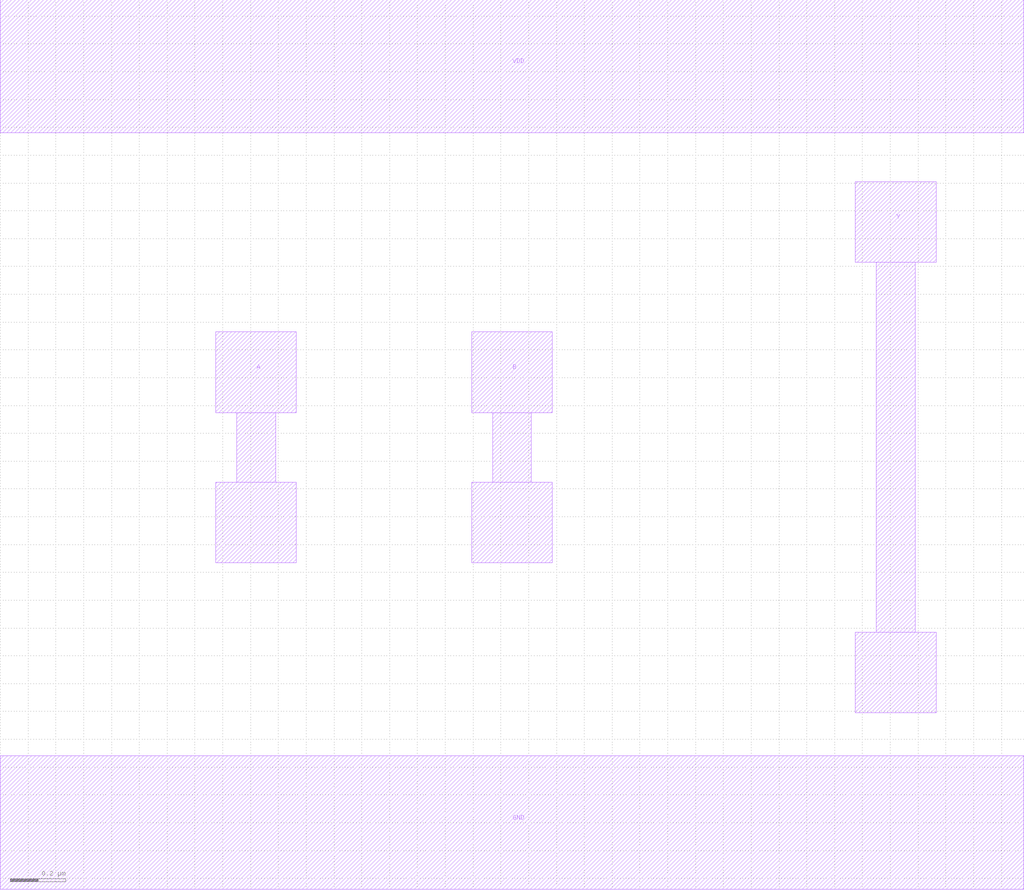
<source format=lef>
MACRO OR2X1
 CLASS CORE ;
 ORIGIN 0 0 ;
 FOREIGN OR2X1 0 0 ;
 SITE CORE ;
 SYMMETRY X Y R90 ;
  PIN VDD
   DIRECTION INOUT ;
   USE SIGNAL ;
   SHAPE ABUTMENT ;
    PORT
     CLASS CORE ;
       LAYER metal2 ;
        RECT 0.00000000 2.48000000 3.68000000 2.96000000 ;
    END
  END VDD

  PIN GND
   DIRECTION INOUT ;
   USE SIGNAL ;
   SHAPE ABUTMENT ;
    PORT
     CLASS CORE ;
       LAYER metal2 ;
        RECT 0.00000000 -0.24000000 3.68000000 0.24000000 ;
    END
  END GND

  PIN Y
   DIRECTION INOUT ;
   USE SIGNAL ;
   SHAPE ABUTMENT ;
    PORT
     CLASS CORE ;
       LAYER metal2 ;
        RECT 3.07500000 0.39500000 3.36500000 0.68500000 ;
        RECT 3.15000000 0.68500000 3.29000000 2.01500000 ;
        RECT 3.07500000 2.01500000 3.36500000 2.30500000 ;
    END
  END Y

  PIN B
   DIRECTION INOUT ;
   USE SIGNAL ;
   SHAPE ABUTMENT ;
    PORT
     CLASS CORE ;
       LAYER metal2 ;
        RECT 1.69500000 0.93500000 1.98500000 1.22500000 ;
        RECT 1.77000000 1.22500000 1.91000000 1.47500000 ;
        RECT 1.69500000 1.47500000 1.98500000 1.76500000 ;
    END
  END B

  PIN A
   DIRECTION INOUT ;
   USE SIGNAL ;
   SHAPE ABUTMENT ;
    PORT
     CLASS CORE ;
       LAYER metal2 ;
        RECT 0.77500000 0.93500000 1.06500000 1.22500000 ;
        RECT 0.85000000 1.22500000 0.99000000 1.47500000 ;
        RECT 0.77500000 1.47500000 1.06500000 1.76500000 ;
    END
  END A


END OR2X1

</source>
